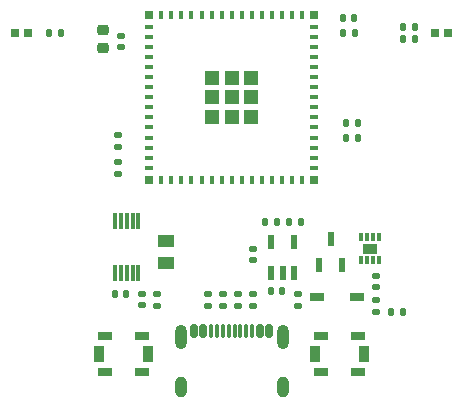
<source format=gbr>
%TF.GenerationSoftware,KiCad,Pcbnew,8.0.7*%
%TF.CreationDate,2024-12-17T10:58:39+01:00*%
%TF.ProjectId,stackflex_core,73746163-6b66-46c6-9578-5f636f72652e,2025.1.0*%
%TF.SameCoordinates,Original*%
%TF.FileFunction,Paste,Top*%
%TF.FilePolarity,Positive*%
%FSLAX46Y46*%
G04 Gerber Fmt 4.6, Leading zero omitted, Abs format (unit mm)*
G04 Created by KiCad (PCBNEW 8.0.7) date 2024-12-17 10:58:39*
%MOMM*%
%LPD*%
G01*
G04 APERTURE LIST*
G04 Aperture macros list*
%AMRoundRect*
0 Rectangle with rounded corners*
0 $1 Rounding radius*
0 $2 $3 $4 $5 $6 $7 $8 $9 X,Y pos of 4 corners*
0 Add a 4 corners polygon primitive as box body*
4,1,4,$2,$3,$4,$5,$6,$7,$8,$9,$2,$3,0*
0 Add four circle primitives for the rounded corners*
1,1,$1+$1,$2,$3*
1,1,$1+$1,$4,$5*
1,1,$1+$1,$6,$7*
1,1,$1+$1,$8,$9*
0 Add four rect primitives between the rounded corners*
20,1,$1+$1,$2,$3,$4,$5,0*
20,1,$1+$1,$4,$5,$6,$7,0*
20,1,$1+$1,$6,$7,$8,$9,0*
20,1,$1+$1,$8,$9,$2,$3,0*%
G04 Aperture macros list end*
%ADD10R,0.800000X0.400000*%
%ADD11R,0.400000X0.800000*%
%ADD12R,1.200000X1.200000*%
%ADD13R,0.800000X0.800000*%
%ADD14RoundRect,0.135000X-0.135000X-0.185000X0.135000X-0.185000X0.135000X0.185000X-0.135000X0.185000X0*%
%ADD15RoundRect,0.135000X0.135000X0.185000X-0.135000X0.185000X-0.135000X-0.185000X0.135000X-0.185000X0*%
%ADD16RoundRect,0.140000X0.170000X-0.140000X0.170000X0.140000X-0.170000X0.140000X-0.170000X-0.140000X0*%
%ADD17RoundRect,0.135000X-0.185000X0.135000X-0.185000X-0.135000X0.185000X-0.135000X0.185000X0.135000X0*%
%ADD18R,0.600000X1.150000*%
%ADD19R,0.950000X1.400000*%
%ADD20R,1.150000X0.750000*%
%ADD21RoundRect,0.140000X-0.140000X-0.170000X0.140000X-0.170000X0.140000X0.170000X-0.140000X0.170000X0*%
%ADD22RoundRect,0.140000X-0.170000X0.140000X-0.170000X-0.140000X0.170000X-0.140000X0.170000X0.140000X0*%
%ADD23R,0.700000X0.650000*%
%ADD24RoundRect,0.135000X0.185000X-0.135000X0.185000X0.135000X-0.185000X0.135000X-0.185000X-0.135000X0*%
%ADD25R,0.300000X0.750000*%
%ADD26R,1.300000X0.900000*%
%ADD27R,1.397000X1.016000*%
%ADD28RoundRect,0.150000X-0.150000X-0.425000X0.150000X-0.425000X0.150000X0.425000X-0.150000X0.425000X0*%
%ADD29RoundRect,0.075000X-0.075000X-0.500000X0.075000X-0.500000X0.075000X0.500000X-0.075000X0.500000X0*%
%ADD30O,1.000000X2.100000*%
%ADD31O,1.000000X1.800000*%
%ADD32R,0.300000X1.400000*%
%ADD33R,1.200000X0.750000*%
%ADD34RoundRect,0.225000X0.250000X-0.225000X0.250000X0.225000X-0.250000X0.225000X-0.250000X-0.225000X0*%
G04 APERTURE END LIST*
D10*
%TO.C,IC1*%
X-7000000Y12412000D03*
X-7000000Y11562000D03*
X-7000000Y10712000D03*
X-7000000Y9862000D03*
X-7000000Y9012000D03*
X-7000000Y8162000D03*
X-7000000Y7312000D03*
X-7000000Y6462000D03*
X-7000000Y5612000D03*
X-7000000Y4762000D03*
X-7000000Y3912000D03*
X-7000000Y3062000D03*
X-7000000Y2212000D03*
X-7000000Y1362000D03*
X-7000000Y512000D03*
D11*
X-5950000Y-538000D03*
X-5100000Y-538000D03*
X-4250000Y-538000D03*
X-3400000Y-538000D03*
X-2550000Y-538000D03*
X-1700000Y-538000D03*
X-850000Y-538000D03*
X0Y-538000D03*
X850000Y-538000D03*
X1700000Y-538000D03*
X2550000Y-538000D03*
X3400000Y-538000D03*
X4250000Y-538000D03*
X5100000Y-538000D03*
X5950000Y-538000D03*
D10*
X7000000Y512000D03*
X7000000Y1362000D03*
X7000000Y2212000D03*
X7000000Y3062000D03*
X7000000Y3912000D03*
X7000000Y4762000D03*
X7000000Y5612000D03*
X7000000Y6462000D03*
X7000000Y7312000D03*
X7000000Y8162000D03*
X7000000Y9012000D03*
X7000000Y9862000D03*
X7000000Y10712000D03*
X7000000Y11562000D03*
X7000000Y12412000D03*
D11*
X5950000Y13462000D03*
X5100000Y13462000D03*
X4250000Y13462000D03*
X3400000Y13462000D03*
X2550000Y13462000D03*
X1700000Y13462000D03*
X850000Y13462000D03*
X0Y13462000D03*
X-850000Y13462000D03*
X-1700000Y13462000D03*
X-2550000Y13462000D03*
X-3400000Y13462000D03*
X-4250000Y13462000D03*
X-5100000Y13462000D03*
X-5950000Y13462000D03*
D12*
X0Y6462000D03*
D13*
X-7000000Y13462000D03*
X-7000000Y-538000D03*
X7000000Y-538000D03*
X7000000Y13462000D03*
D12*
X-1650000Y8112000D03*
X-1650000Y6462000D03*
X-1650000Y4812000D03*
X0Y4812000D03*
X1650000Y4812000D03*
X1650000Y6462000D03*
X1650000Y8112000D03*
X0Y8112000D03*
%TD*%
D14*
%TO.C,R15*%
X-15496000Y11938000D03*
X-14476000Y11938000D03*
%TD*%
D15*
%TO.C,R17*%
X5844000Y-4064000D03*
X4824000Y-4064000D03*
%TD*%
%TO.C,R10*%
X10670000Y4318000D03*
X9650000Y4318000D03*
%TD*%
D16*
%TO.C,C5*%
X-9398000Y10696000D03*
X-9398000Y11656000D03*
%TD*%
D17*
%TO.C,R7*%
X1778000Y-10158000D03*
X1778000Y-11178000D03*
%TD*%
D16*
%TO.C,C3*%
X-7620000Y-11120000D03*
X-7620000Y-10160000D03*
%TD*%
D18*
%TO.C,Q1*%
X7422000Y-7704000D03*
X9342000Y-7704000D03*
X8382000Y-5504000D03*
%TD*%
D19*
%TO.C,S2*%
X7069000Y-15240000D03*
X11219000Y-15240000D03*
D20*
X7569000Y-16765000D03*
X10719000Y-16765000D03*
X10719000Y-13715000D03*
X7569000Y-13715000D03*
%TD*%
D21*
%TO.C,C1*%
X3330000Y-9906000D03*
X4290000Y-9906000D03*
%TD*%
D22*
%TO.C,C2*%
X1778000Y-6350000D03*
X1778000Y-7310000D03*
%TD*%
D17*
%TO.C,R12*%
X-9652000Y3306000D03*
X-9652000Y2286000D03*
%TD*%
D23*
%TO.C,D1*%
X-18330000Y11938000D03*
X-17230000Y11938000D03*
%TD*%
D24*
%TO.C,R11*%
X-9652000Y0D03*
X-9652000Y1020000D03*
%TD*%
%TO.C,R9*%
X5588000Y-11178000D03*
X5588000Y-10158000D03*
%TD*%
D17*
%TO.C,R3*%
X-6350000Y-10158000D03*
X-6350000Y-11178000D03*
%TD*%
D21*
%TO.C,C6*%
X9426000Y13208000D03*
X10386000Y13208000D03*
%TD*%
D25*
%TO.C,IC4*%
X10934000Y-7350000D03*
X11434000Y-7350000D03*
X11934000Y-7350000D03*
X12434000Y-7350000D03*
X12434000Y-5350000D03*
X11934000Y-5350000D03*
X11434000Y-5350000D03*
X10934000Y-5350000D03*
D26*
X11684000Y-6350000D03*
%TD*%
D18*
%TO.C,IC2*%
X3368000Y-8412000D03*
X4318000Y-8412000D03*
X5268000Y-8412000D03*
X5268000Y-5812000D03*
X3368000Y-5812000D03*
%TD*%
D27*
%TO.C,R8*%
X-5588000Y-7543800D03*
X-5588000Y-5664200D03*
%TD*%
D15*
%TO.C,R18*%
X3812000Y-4064000D03*
X2792000Y-4064000D03*
%TD*%
D17*
%TO.C,R4*%
X12192000Y-10666000D03*
X12192000Y-11686000D03*
%TD*%
D21*
%TO.C,C9*%
X13518000Y-11684000D03*
X14478000Y-11684000D03*
%TD*%
D15*
%TO.C,R13*%
X10670000Y3048000D03*
X9650000Y3048000D03*
%TD*%
D28*
%TO.C,J1*%
X-3202000Y-13279000D03*
X-2402000Y-13279000D03*
D29*
X-1252000Y-13279000D03*
X-252000Y-13279000D03*
X248000Y-13279000D03*
X1248000Y-13279000D03*
D28*
X2398000Y-13279000D03*
X3198000Y-13279000D03*
X3198000Y-13279000D03*
X2398000Y-13279000D03*
D29*
X1748000Y-13279000D03*
X748000Y-13279000D03*
X-752000Y-13279000D03*
X-1752000Y-13279000D03*
D28*
X-2402000Y-13279000D03*
X-3202000Y-13279000D03*
D30*
X-4322000Y-13854000D03*
D31*
X-4322000Y-18034000D03*
D30*
X4318000Y-13854000D03*
D31*
X4318000Y-18034000D03*
%TD*%
D32*
%TO.C,IC3*%
X-7890000Y-3982000D03*
X-8390000Y-3982000D03*
X-8890000Y-3982000D03*
X-9390000Y-3982000D03*
X-9890000Y-3982000D03*
X-9890000Y-8382000D03*
X-9390000Y-8382000D03*
X-8890000Y-8382000D03*
X-8390000Y-8382000D03*
X-7890000Y-8382000D03*
%TD*%
D19*
%TO.C,S1*%
X-11219000Y-15240000D03*
X-7069000Y-15240000D03*
D20*
X-10719000Y-16765000D03*
X-7569000Y-16765000D03*
X-7569000Y-13715000D03*
X-10719000Y-13715000D03*
%TD*%
D15*
%TO.C,R16*%
X15496000Y11430000D03*
X14476000Y11430000D03*
%TD*%
D24*
%TO.C,R2*%
X508000Y-11178000D03*
X508000Y-10158000D03*
%TD*%
D33*
%TO.C,D3*%
X10590000Y-10414000D03*
X7190000Y-10414000D03*
%TD*%
D23*
%TO.C,D2*%
X18288000Y11938000D03*
X17188000Y11938000D03*
%TD*%
D17*
%TO.C,R6*%
X-2032000Y-10158000D03*
X-2032000Y-11178000D03*
%TD*%
D15*
%TO.C,R14*%
X15494000Y12446000D03*
X14474000Y12446000D03*
%TD*%
D34*
%TO.C,C4*%
X-10922000Y10642000D03*
X-10922000Y12192000D03*
%TD*%
D24*
%TO.C,R1*%
X-762000Y-11180000D03*
X-762000Y-10160000D03*
%TD*%
D15*
%TO.C,R5*%
X10416000Y11938000D03*
X9396000Y11938000D03*
%TD*%
D22*
%TO.C,C8*%
X12192000Y-8636000D03*
X12192000Y-9596000D03*
%TD*%
D21*
%TO.C,C7*%
X-9878000Y-10160000D03*
X-8918000Y-10160000D03*
%TD*%
M02*

</source>
